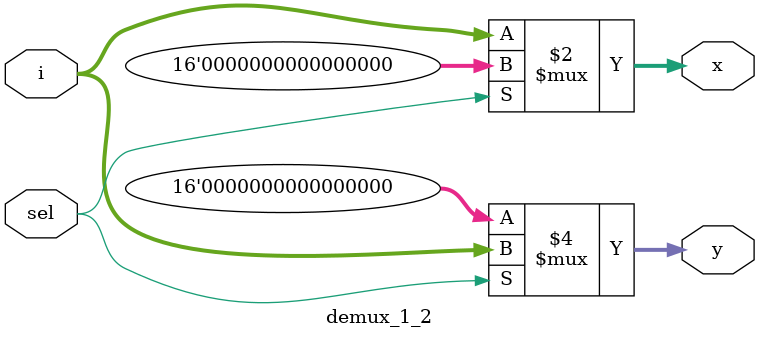
<source format=v>
module demux_1_2 (i,sel,x,y);
  input [15:0] i;
  input sel;
  output [15:0] x, y;

  assign x = (sel == 1'b0) ? i : 16'b0;
  assign y = (sel == 1'b0) ? 16'b0 : i;

endmodule
</source>
